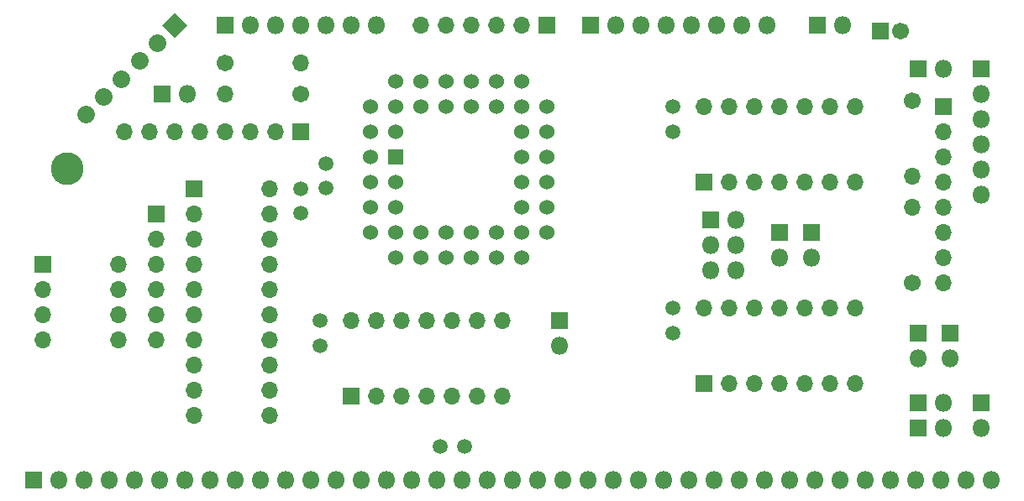
<source format=gts>
G04 #@! TF.FileFunction,Soldermask,Top*
%FSLAX46Y46*%
G04 Gerber Fmt 4.6, Leading zero omitted, Abs format (unit mm)*
G04 Created by KiCad (PCBNEW 4.0.5) date Tue Mar 24 13:47:11 2020*
%MOMM*%
%LPD*%
G01*
G04 APERTURE LIST*
%ADD10C,0.100000*%
%ADD11C,1.501600*%
%ADD12R,1.701600X1.701600*%
%ADD13C,1.701600*%
%ADD14R,1.801600X1.801600*%
%ADD15O,1.801600X1.801600*%
%ADD16C,1.801600*%
%ADD17O,1.701600X1.701600*%
%ADD18R,1.524000X1.524000*%
%ADD19C,1.524000*%
%ADD20C,3.301600*%
G04 APERTURE END LIST*
D10*
D11*
X154940000Y-119380000D03*
X154940000Y-121880000D03*
X117475000Y-107315000D03*
X117475000Y-109815000D03*
X120015000Y-104775000D03*
X120015000Y-107275000D03*
X119380000Y-120650000D03*
X119380000Y-123150000D03*
X154940000Y-99060000D03*
X154940000Y-101560000D03*
X133985000Y-133350000D03*
X131485000Y-133350000D03*
D12*
X175895000Y-91440000D03*
D13*
X177895000Y-91440000D03*
D14*
X158750000Y-110490000D03*
D15*
X161290000Y-110490000D03*
X158750000Y-113030000D03*
X161290000Y-113030000D03*
X158750000Y-115570000D03*
X161290000Y-115570000D03*
D14*
X103505000Y-97790000D03*
D15*
X106045000Y-97790000D03*
D14*
X179705000Y-95250000D03*
D15*
X182245000Y-95250000D03*
D14*
X165735000Y-111760000D03*
D15*
X165735000Y-114300000D03*
D14*
X168910000Y-111760000D03*
D15*
X168910000Y-114300000D03*
D14*
X179705000Y-128905000D03*
D15*
X182245000Y-128905000D03*
D14*
X179705000Y-131445000D03*
D15*
X182245000Y-131445000D03*
D14*
X143510000Y-120650000D03*
D15*
X143510000Y-123190000D03*
D14*
X179705000Y-121920000D03*
D15*
X179705000Y-124460000D03*
D14*
X182880000Y-121920000D03*
D15*
X182880000Y-124460000D03*
D14*
X90512900Y-136715500D03*
D15*
X93052900Y-136715500D03*
X95592900Y-136715500D03*
X98132900Y-136715500D03*
X100672900Y-136715500D03*
X103212900Y-136715500D03*
X105752900Y-136715500D03*
X108292900Y-136715500D03*
X110832900Y-136715500D03*
X113372900Y-136715500D03*
X115912900Y-136715500D03*
X118452900Y-136715500D03*
X120992900Y-136715500D03*
X123532900Y-136715500D03*
X126072900Y-136715500D03*
X128612900Y-136715500D03*
X131152900Y-136715500D03*
X133692900Y-136715500D03*
X136232900Y-136715500D03*
X138772900Y-136715500D03*
X141312900Y-136715500D03*
X143852900Y-136715500D03*
X146392900Y-136715500D03*
X148932900Y-136715500D03*
X151472900Y-136715500D03*
X154012900Y-136715500D03*
X156552900Y-136715500D03*
X159092900Y-136715500D03*
X161632900Y-136715500D03*
X164172900Y-136715500D03*
X166712900Y-136715500D03*
X169252900Y-136715500D03*
X171792900Y-136715500D03*
X174332900Y-136715500D03*
X176872900Y-136715500D03*
X179412900Y-136715500D03*
X181952900Y-136715500D03*
X184492900Y-136715500D03*
X187032900Y-136715500D03*
D10*
G36*
X103501076Y-90805000D02*
X104775000Y-89531076D01*
X106048924Y-90805000D01*
X104775000Y-92078924D01*
X103501076Y-90805000D01*
X103501076Y-90805000D01*
G37*
D16*
X102978949Y-92601051D02*
X102978949Y-92601051D01*
X101182898Y-94397102D02*
X101182898Y-94397102D01*
X99386846Y-96193154D02*
X99386846Y-96193154D01*
X97590795Y-97989205D02*
X97590795Y-97989205D01*
X95794744Y-99785256D02*
X95794744Y-99785256D01*
D14*
X186055000Y-95250000D03*
D15*
X186055000Y-97790000D03*
X186055000Y-100330000D03*
X186055000Y-102870000D03*
X186055000Y-105410000D03*
X186055000Y-107950000D03*
D14*
X146685000Y-90805000D03*
D15*
X149225000Y-90805000D03*
X151765000Y-90805000D03*
X154305000Y-90805000D03*
X156845000Y-90805000D03*
X159385000Y-90805000D03*
X161925000Y-90805000D03*
X164465000Y-90805000D03*
D14*
X109855000Y-90805000D03*
D15*
X112395000Y-90805000D03*
X114935000Y-90805000D03*
X117475000Y-90805000D03*
X120015000Y-90805000D03*
X122555000Y-90805000D03*
X125095000Y-90805000D03*
D14*
X169545000Y-90805000D03*
D15*
X172085000Y-90805000D03*
D14*
X186055000Y-128905000D03*
D15*
X186055000Y-131445000D03*
D13*
X117475000Y-97790000D03*
D17*
X109855000Y-97790000D03*
D13*
X179070000Y-98425000D03*
D17*
X179070000Y-106045000D03*
D13*
X109855000Y-94615000D03*
D17*
X117475000Y-94615000D03*
D13*
X179070000Y-116840000D03*
D17*
X179070000Y-109220000D03*
D12*
X102870000Y-109855000D03*
D17*
X102870000Y-112395000D03*
X102870000Y-114935000D03*
X102870000Y-117475000D03*
X102870000Y-120015000D03*
X102870000Y-122555000D03*
D12*
X117475000Y-101600000D03*
D17*
X114935000Y-101600000D03*
X112395000Y-101600000D03*
X109855000Y-101600000D03*
X107315000Y-101600000D03*
X104775000Y-101600000D03*
X102235000Y-101600000D03*
X99695000Y-101600000D03*
D12*
X182245000Y-99060000D03*
D17*
X182245000Y-101600000D03*
X182245000Y-104140000D03*
X182245000Y-106680000D03*
X182245000Y-109220000D03*
X182245000Y-111760000D03*
X182245000Y-114300000D03*
X182245000Y-116840000D03*
D12*
X142240000Y-90805000D03*
D17*
X139700000Y-90805000D03*
X137160000Y-90805000D03*
X134620000Y-90805000D03*
X132080000Y-90805000D03*
X129540000Y-90805000D03*
D12*
X91440000Y-114935000D03*
D17*
X99060000Y-122555000D03*
X91440000Y-117475000D03*
X99060000Y-120015000D03*
X91440000Y-120015000D03*
X99060000Y-117475000D03*
X91440000Y-122555000D03*
X99060000Y-114935000D03*
D12*
X158115000Y-127000000D03*
D17*
X173355000Y-119380000D03*
X160655000Y-127000000D03*
X170815000Y-119380000D03*
X163195000Y-127000000D03*
X168275000Y-119380000D03*
X165735000Y-127000000D03*
X165735000Y-119380000D03*
X168275000Y-127000000D03*
X163195000Y-119380000D03*
X170815000Y-127000000D03*
X160655000Y-119380000D03*
X173355000Y-127000000D03*
X158115000Y-119380000D03*
D12*
X106680000Y-107315000D03*
D17*
X114300000Y-130175000D03*
X106680000Y-109855000D03*
X114300000Y-127635000D03*
X106680000Y-112395000D03*
X114300000Y-125095000D03*
X106680000Y-114935000D03*
X114300000Y-122555000D03*
X106680000Y-117475000D03*
X114300000Y-120015000D03*
X106680000Y-120015000D03*
X114300000Y-117475000D03*
X106680000Y-122555000D03*
X114300000Y-114935000D03*
X106680000Y-125095000D03*
X114300000Y-112395000D03*
X106680000Y-127635000D03*
X114300000Y-109855000D03*
X106680000Y-130175000D03*
X114300000Y-107315000D03*
D18*
X127000000Y-104140000D03*
D19*
X127000000Y-106680000D03*
X127000000Y-109220000D03*
X127000000Y-101600000D03*
X127000000Y-99060000D03*
X124460000Y-106680000D03*
X124460000Y-109220000D03*
X124460000Y-111760000D03*
X124460000Y-104140000D03*
X124460000Y-101600000D03*
X127000000Y-111760000D03*
X129540000Y-111760000D03*
X132080000Y-111760000D03*
X134620000Y-111760000D03*
X137160000Y-111760000D03*
X127000000Y-114300000D03*
X129540000Y-114300000D03*
X132080000Y-114300000D03*
X134620000Y-114300000D03*
X137160000Y-114300000D03*
X139700000Y-114300000D03*
X139700000Y-111760000D03*
X139700000Y-109220000D03*
X139700000Y-106680000D03*
X139700000Y-104140000D03*
X139700000Y-101600000D03*
X139700000Y-96520000D03*
X142240000Y-111760000D03*
X142240000Y-109220000D03*
X142240000Y-106680000D03*
X142240000Y-104140000D03*
X142240000Y-101600000D03*
X142240000Y-99060000D03*
X139700000Y-99060000D03*
X137160000Y-99060000D03*
X134620000Y-99060000D03*
X132080000Y-99060000D03*
X129540000Y-99060000D03*
X124460000Y-99060000D03*
X137160000Y-96520000D03*
X134620000Y-96520000D03*
X132080000Y-96520000D03*
X129540000Y-96520000D03*
X127000000Y-96520000D03*
D12*
X122555000Y-128270000D03*
D17*
X137795000Y-120650000D03*
X125095000Y-128270000D03*
X135255000Y-120650000D03*
X127635000Y-128270000D03*
X132715000Y-120650000D03*
X130175000Y-128270000D03*
X130175000Y-120650000D03*
X132715000Y-128270000D03*
X127635000Y-120650000D03*
X135255000Y-128270000D03*
X125095000Y-120650000D03*
X137795000Y-128270000D03*
X122555000Y-120650000D03*
D12*
X158115000Y-106680000D03*
D17*
X173355000Y-99060000D03*
X160655000Y-106680000D03*
X170815000Y-99060000D03*
X163195000Y-106680000D03*
X168275000Y-99060000D03*
X165735000Y-106680000D03*
X165735000Y-99060000D03*
X168275000Y-106680000D03*
X163195000Y-99060000D03*
X170815000Y-106680000D03*
X160655000Y-99060000D03*
X173355000Y-106680000D03*
X158115000Y-99060000D03*
D20*
X93930000Y-105300000D03*
M02*

</source>
